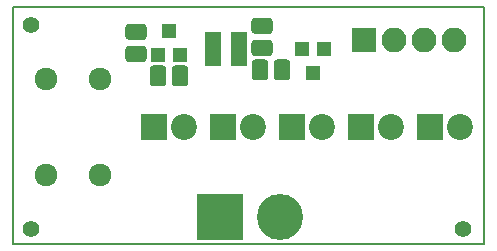
<source format=gbr>
%TF.GenerationSoftware,KiCad,Pcbnew,(5.0.0)*%
%TF.CreationDate,2019-11-18T15:30:06-06:00*%
%TF.ProjectId,Light-Up Hat,4C696768742D5570204861742E6B6963,rev?*%
%TF.SameCoordinates,Original*%
%TF.FileFunction,Soldermask,Top*%
%TF.FilePolarity,Negative*%
%FSLAX46Y46*%
G04 Gerber Fmt 4.6, Leading zero omitted, Abs format (unit mm)*
G04 Created by KiCad (PCBNEW (5.0.0)) date 11/18/19 15:30:06*
%MOMM*%
%LPD*%
G01*
G04 APERTURE LIST*
%ADD10C,0.200000*%
%ADD11C,1.400000*%
%ADD12R,3.900120X3.900120*%
%ADD13C,3.900120*%
%ADD14C,0.150000*%
%ADD15C,1.375000*%
%ADD16R,2.200000X2.200000*%
%ADD17C,2.200000*%
%ADD18R,2.100000X2.100000*%
%ADD19O,2.100000X2.100000*%
%ADD20C,1.924000*%
%ADD21R,1.460000X1.050000*%
%ADD22R,1.200000X1.300000*%
G04 APERTURE END LIST*
D10*
X124460000Y-111506000D02*
X124460000Y-91440000D01*
X164338000Y-111506000D02*
X124460000Y-111506000D01*
X164338000Y-91440000D02*
X164338000Y-111506000D01*
X124460000Y-91440000D02*
X164338000Y-91440000D01*
D11*
X162560000Y-110236000D03*
X125984000Y-110236000D03*
D12*
X141986000Y-109220000D03*
D13*
X147066000Y-109220000D03*
D14*
G36*
X135463943Y-92864655D02*
X135497312Y-92869605D01*
X135530035Y-92877802D01*
X135561797Y-92889166D01*
X135592293Y-92903590D01*
X135621227Y-92920932D01*
X135648323Y-92941028D01*
X135673318Y-92963682D01*
X135695972Y-92988677D01*
X135716068Y-93015773D01*
X135733410Y-93044707D01*
X135747834Y-93075203D01*
X135759198Y-93106965D01*
X135767395Y-93139688D01*
X135772345Y-93173057D01*
X135774000Y-93206750D01*
X135774000Y-93894250D01*
X135772345Y-93927943D01*
X135767395Y-93961312D01*
X135759198Y-93994035D01*
X135747834Y-94025797D01*
X135733410Y-94056293D01*
X135716068Y-94085227D01*
X135695972Y-94112323D01*
X135673318Y-94137318D01*
X135648323Y-94159972D01*
X135621227Y-94180068D01*
X135592293Y-94197410D01*
X135561797Y-94211834D01*
X135530035Y-94223198D01*
X135497312Y-94231395D01*
X135463943Y-94236345D01*
X135430250Y-94238000D01*
X134317750Y-94238000D01*
X134284057Y-94236345D01*
X134250688Y-94231395D01*
X134217965Y-94223198D01*
X134186203Y-94211834D01*
X134155707Y-94197410D01*
X134126773Y-94180068D01*
X134099677Y-94159972D01*
X134074682Y-94137318D01*
X134052028Y-94112323D01*
X134031932Y-94085227D01*
X134014590Y-94056293D01*
X134000166Y-94025797D01*
X133988802Y-93994035D01*
X133980605Y-93961312D01*
X133975655Y-93927943D01*
X133974000Y-93894250D01*
X133974000Y-93206750D01*
X133975655Y-93173057D01*
X133980605Y-93139688D01*
X133988802Y-93106965D01*
X134000166Y-93075203D01*
X134014590Y-93044707D01*
X134031932Y-93015773D01*
X134052028Y-92988677D01*
X134074682Y-92963682D01*
X134099677Y-92941028D01*
X134126773Y-92920932D01*
X134155707Y-92903590D01*
X134186203Y-92889166D01*
X134217965Y-92877802D01*
X134250688Y-92869605D01*
X134284057Y-92864655D01*
X134317750Y-92863000D01*
X135430250Y-92863000D01*
X135463943Y-92864655D01*
X135463943Y-92864655D01*
G37*
D15*
X134874000Y-93550500D03*
D14*
G36*
X135463943Y-94739655D02*
X135497312Y-94744605D01*
X135530035Y-94752802D01*
X135561797Y-94764166D01*
X135592293Y-94778590D01*
X135621227Y-94795932D01*
X135648323Y-94816028D01*
X135673318Y-94838682D01*
X135695972Y-94863677D01*
X135716068Y-94890773D01*
X135733410Y-94919707D01*
X135747834Y-94950203D01*
X135759198Y-94981965D01*
X135767395Y-95014688D01*
X135772345Y-95048057D01*
X135774000Y-95081750D01*
X135774000Y-95769250D01*
X135772345Y-95802943D01*
X135767395Y-95836312D01*
X135759198Y-95869035D01*
X135747834Y-95900797D01*
X135733410Y-95931293D01*
X135716068Y-95960227D01*
X135695972Y-95987323D01*
X135673318Y-96012318D01*
X135648323Y-96034972D01*
X135621227Y-96055068D01*
X135592293Y-96072410D01*
X135561797Y-96086834D01*
X135530035Y-96098198D01*
X135497312Y-96106395D01*
X135463943Y-96111345D01*
X135430250Y-96113000D01*
X134317750Y-96113000D01*
X134284057Y-96111345D01*
X134250688Y-96106395D01*
X134217965Y-96098198D01*
X134186203Y-96086834D01*
X134155707Y-96072410D01*
X134126773Y-96055068D01*
X134099677Y-96034972D01*
X134074682Y-96012318D01*
X134052028Y-95987323D01*
X134031932Y-95960227D01*
X134014590Y-95931293D01*
X134000166Y-95900797D01*
X133988802Y-95869035D01*
X133980605Y-95836312D01*
X133975655Y-95802943D01*
X133974000Y-95769250D01*
X133974000Y-95081750D01*
X133975655Y-95048057D01*
X133980605Y-95014688D01*
X133988802Y-94981965D01*
X134000166Y-94950203D01*
X134014590Y-94919707D01*
X134031932Y-94890773D01*
X134052028Y-94863677D01*
X134074682Y-94838682D01*
X134099677Y-94816028D01*
X134126773Y-94795932D01*
X134155707Y-94778590D01*
X134186203Y-94764166D01*
X134217965Y-94752802D01*
X134250688Y-94744605D01*
X134284057Y-94739655D01*
X134317750Y-94738000D01*
X135430250Y-94738000D01*
X135463943Y-94739655D01*
X135463943Y-94739655D01*
G37*
D15*
X134874000Y-95425500D03*
D14*
G36*
X137107943Y-96383655D02*
X137141312Y-96388605D01*
X137174035Y-96396802D01*
X137205797Y-96408166D01*
X137236293Y-96422590D01*
X137265227Y-96439932D01*
X137292323Y-96460028D01*
X137317318Y-96482682D01*
X137339972Y-96507677D01*
X137360068Y-96534773D01*
X137377410Y-96563707D01*
X137391834Y-96594203D01*
X137403198Y-96625965D01*
X137411395Y-96658688D01*
X137416345Y-96692057D01*
X137418000Y-96725750D01*
X137418000Y-97838250D01*
X137416345Y-97871943D01*
X137411395Y-97905312D01*
X137403198Y-97938035D01*
X137391834Y-97969797D01*
X137377410Y-98000293D01*
X137360068Y-98029227D01*
X137339972Y-98056323D01*
X137317318Y-98081318D01*
X137292323Y-98103972D01*
X137265227Y-98124068D01*
X137236293Y-98141410D01*
X137205797Y-98155834D01*
X137174035Y-98167198D01*
X137141312Y-98175395D01*
X137107943Y-98180345D01*
X137074250Y-98182000D01*
X136386750Y-98182000D01*
X136353057Y-98180345D01*
X136319688Y-98175395D01*
X136286965Y-98167198D01*
X136255203Y-98155834D01*
X136224707Y-98141410D01*
X136195773Y-98124068D01*
X136168677Y-98103972D01*
X136143682Y-98081318D01*
X136121028Y-98056323D01*
X136100932Y-98029227D01*
X136083590Y-98000293D01*
X136069166Y-97969797D01*
X136057802Y-97938035D01*
X136049605Y-97905312D01*
X136044655Y-97871943D01*
X136043000Y-97838250D01*
X136043000Y-96725750D01*
X136044655Y-96692057D01*
X136049605Y-96658688D01*
X136057802Y-96625965D01*
X136069166Y-96594203D01*
X136083590Y-96563707D01*
X136100932Y-96534773D01*
X136121028Y-96507677D01*
X136143682Y-96482682D01*
X136168677Y-96460028D01*
X136195773Y-96439932D01*
X136224707Y-96422590D01*
X136255203Y-96408166D01*
X136286965Y-96396802D01*
X136319688Y-96388605D01*
X136353057Y-96383655D01*
X136386750Y-96382000D01*
X137074250Y-96382000D01*
X137107943Y-96383655D01*
X137107943Y-96383655D01*
G37*
D15*
X136730500Y-97282000D03*
D14*
G36*
X138982943Y-96383655D02*
X139016312Y-96388605D01*
X139049035Y-96396802D01*
X139080797Y-96408166D01*
X139111293Y-96422590D01*
X139140227Y-96439932D01*
X139167323Y-96460028D01*
X139192318Y-96482682D01*
X139214972Y-96507677D01*
X139235068Y-96534773D01*
X139252410Y-96563707D01*
X139266834Y-96594203D01*
X139278198Y-96625965D01*
X139286395Y-96658688D01*
X139291345Y-96692057D01*
X139293000Y-96725750D01*
X139293000Y-97838250D01*
X139291345Y-97871943D01*
X139286395Y-97905312D01*
X139278198Y-97938035D01*
X139266834Y-97969797D01*
X139252410Y-98000293D01*
X139235068Y-98029227D01*
X139214972Y-98056323D01*
X139192318Y-98081318D01*
X139167323Y-98103972D01*
X139140227Y-98124068D01*
X139111293Y-98141410D01*
X139080797Y-98155834D01*
X139049035Y-98167198D01*
X139016312Y-98175395D01*
X138982943Y-98180345D01*
X138949250Y-98182000D01*
X138261750Y-98182000D01*
X138228057Y-98180345D01*
X138194688Y-98175395D01*
X138161965Y-98167198D01*
X138130203Y-98155834D01*
X138099707Y-98141410D01*
X138070773Y-98124068D01*
X138043677Y-98103972D01*
X138018682Y-98081318D01*
X137996028Y-98056323D01*
X137975932Y-98029227D01*
X137958590Y-98000293D01*
X137944166Y-97969797D01*
X137932802Y-97938035D01*
X137924605Y-97905312D01*
X137919655Y-97871943D01*
X137918000Y-97838250D01*
X137918000Y-96725750D01*
X137919655Y-96692057D01*
X137924605Y-96658688D01*
X137932802Y-96625965D01*
X137944166Y-96594203D01*
X137958590Y-96563707D01*
X137975932Y-96534773D01*
X137996028Y-96507677D01*
X138018682Y-96482682D01*
X138043677Y-96460028D01*
X138070773Y-96439932D01*
X138099707Y-96422590D01*
X138130203Y-96408166D01*
X138161965Y-96396802D01*
X138194688Y-96388605D01*
X138228057Y-96383655D01*
X138261750Y-96382000D01*
X138949250Y-96382000D01*
X138982943Y-96383655D01*
X138982943Y-96383655D01*
G37*
D15*
X138605500Y-97282000D03*
D14*
G36*
X146131943Y-94231655D02*
X146165312Y-94236605D01*
X146198035Y-94244802D01*
X146229797Y-94256166D01*
X146260293Y-94270590D01*
X146289227Y-94287932D01*
X146316323Y-94308028D01*
X146341318Y-94330682D01*
X146363972Y-94355677D01*
X146384068Y-94382773D01*
X146401410Y-94411707D01*
X146415834Y-94442203D01*
X146427198Y-94473965D01*
X146435395Y-94506688D01*
X146440345Y-94540057D01*
X146442000Y-94573750D01*
X146442000Y-95261250D01*
X146440345Y-95294943D01*
X146435395Y-95328312D01*
X146427198Y-95361035D01*
X146415834Y-95392797D01*
X146401410Y-95423293D01*
X146384068Y-95452227D01*
X146363972Y-95479323D01*
X146341318Y-95504318D01*
X146316323Y-95526972D01*
X146289227Y-95547068D01*
X146260293Y-95564410D01*
X146229797Y-95578834D01*
X146198035Y-95590198D01*
X146165312Y-95598395D01*
X146131943Y-95603345D01*
X146098250Y-95605000D01*
X144985750Y-95605000D01*
X144952057Y-95603345D01*
X144918688Y-95598395D01*
X144885965Y-95590198D01*
X144854203Y-95578834D01*
X144823707Y-95564410D01*
X144794773Y-95547068D01*
X144767677Y-95526972D01*
X144742682Y-95504318D01*
X144720028Y-95479323D01*
X144699932Y-95452227D01*
X144682590Y-95423293D01*
X144668166Y-95392797D01*
X144656802Y-95361035D01*
X144648605Y-95328312D01*
X144643655Y-95294943D01*
X144642000Y-95261250D01*
X144642000Y-94573750D01*
X144643655Y-94540057D01*
X144648605Y-94506688D01*
X144656802Y-94473965D01*
X144668166Y-94442203D01*
X144682590Y-94411707D01*
X144699932Y-94382773D01*
X144720028Y-94355677D01*
X144742682Y-94330682D01*
X144767677Y-94308028D01*
X144794773Y-94287932D01*
X144823707Y-94270590D01*
X144854203Y-94256166D01*
X144885965Y-94244802D01*
X144918688Y-94236605D01*
X144952057Y-94231655D01*
X144985750Y-94230000D01*
X146098250Y-94230000D01*
X146131943Y-94231655D01*
X146131943Y-94231655D01*
G37*
D15*
X145542000Y-94917500D03*
D14*
G36*
X146131943Y-92356655D02*
X146165312Y-92361605D01*
X146198035Y-92369802D01*
X146229797Y-92381166D01*
X146260293Y-92395590D01*
X146289227Y-92412932D01*
X146316323Y-92433028D01*
X146341318Y-92455682D01*
X146363972Y-92480677D01*
X146384068Y-92507773D01*
X146401410Y-92536707D01*
X146415834Y-92567203D01*
X146427198Y-92598965D01*
X146435395Y-92631688D01*
X146440345Y-92665057D01*
X146442000Y-92698750D01*
X146442000Y-93386250D01*
X146440345Y-93419943D01*
X146435395Y-93453312D01*
X146427198Y-93486035D01*
X146415834Y-93517797D01*
X146401410Y-93548293D01*
X146384068Y-93577227D01*
X146363972Y-93604323D01*
X146341318Y-93629318D01*
X146316323Y-93651972D01*
X146289227Y-93672068D01*
X146260293Y-93689410D01*
X146229797Y-93703834D01*
X146198035Y-93715198D01*
X146165312Y-93723395D01*
X146131943Y-93728345D01*
X146098250Y-93730000D01*
X144985750Y-93730000D01*
X144952057Y-93728345D01*
X144918688Y-93723395D01*
X144885965Y-93715198D01*
X144854203Y-93703834D01*
X144823707Y-93689410D01*
X144794773Y-93672068D01*
X144767677Y-93651972D01*
X144742682Y-93629318D01*
X144720028Y-93604323D01*
X144699932Y-93577227D01*
X144682590Y-93548293D01*
X144668166Y-93517797D01*
X144656802Y-93486035D01*
X144648605Y-93453312D01*
X144643655Y-93419943D01*
X144642000Y-93386250D01*
X144642000Y-92698750D01*
X144643655Y-92665057D01*
X144648605Y-92631688D01*
X144656802Y-92598965D01*
X144668166Y-92567203D01*
X144682590Y-92536707D01*
X144699932Y-92507773D01*
X144720028Y-92480677D01*
X144742682Y-92455682D01*
X144767677Y-92433028D01*
X144794773Y-92412932D01*
X144823707Y-92395590D01*
X144854203Y-92381166D01*
X144885965Y-92369802D01*
X144918688Y-92361605D01*
X144952057Y-92356655D01*
X144985750Y-92355000D01*
X146098250Y-92355000D01*
X146131943Y-92356655D01*
X146131943Y-92356655D01*
G37*
D15*
X145542000Y-93042500D03*
D16*
X136398000Y-101600000D03*
D17*
X138938000Y-101600000D03*
X144780000Y-101600000D03*
D16*
X142240000Y-101600000D03*
X148082000Y-101600000D03*
D17*
X150622000Y-101600000D03*
X156464000Y-101600000D03*
D16*
X153924000Y-101600000D03*
X159766000Y-101600000D03*
D17*
X162306000Y-101600000D03*
D18*
X154178000Y-94234000D03*
D19*
X156718000Y-94234000D03*
X159258000Y-94234000D03*
X161798000Y-94234000D03*
D14*
G36*
X145743943Y-95875655D02*
X145777312Y-95880605D01*
X145810035Y-95888802D01*
X145841797Y-95900166D01*
X145872293Y-95914590D01*
X145901227Y-95931932D01*
X145928323Y-95952028D01*
X145953318Y-95974682D01*
X145975972Y-95999677D01*
X145996068Y-96026773D01*
X146013410Y-96055707D01*
X146027834Y-96086203D01*
X146039198Y-96117965D01*
X146047395Y-96150688D01*
X146052345Y-96184057D01*
X146054000Y-96217750D01*
X146054000Y-97330250D01*
X146052345Y-97363943D01*
X146047395Y-97397312D01*
X146039198Y-97430035D01*
X146027834Y-97461797D01*
X146013410Y-97492293D01*
X145996068Y-97521227D01*
X145975972Y-97548323D01*
X145953318Y-97573318D01*
X145928323Y-97595972D01*
X145901227Y-97616068D01*
X145872293Y-97633410D01*
X145841797Y-97647834D01*
X145810035Y-97659198D01*
X145777312Y-97667395D01*
X145743943Y-97672345D01*
X145710250Y-97674000D01*
X145022750Y-97674000D01*
X144989057Y-97672345D01*
X144955688Y-97667395D01*
X144922965Y-97659198D01*
X144891203Y-97647834D01*
X144860707Y-97633410D01*
X144831773Y-97616068D01*
X144804677Y-97595972D01*
X144779682Y-97573318D01*
X144757028Y-97548323D01*
X144736932Y-97521227D01*
X144719590Y-97492293D01*
X144705166Y-97461797D01*
X144693802Y-97430035D01*
X144685605Y-97397312D01*
X144680655Y-97363943D01*
X144679000Y-97330250D01*
X144679000Y-96217750D01*
X144680655Y-96184057D01*
X144685605Y-96150688D01*
X144693802Y-96117965D01*
X144705166Y-96086203D01*
X144719590Y-96055707D01*
X144736932Y-96026773D01*
X144757028Y-95999677D01*
X144779682Y-95974682D01*
X144804677Y-95952028D01*
X144831773Y-95931932D01*
X144860707Y-95914590D01*
X144891203Y-95900166D01*
X144922965Y-95888802D01*
X144955688Y-95880605D01*
X144989057Y-95875655D01*
X145022750Y-95874000D01*
X145710250Y-95874000D01*
X145743943Y-95875655D01*
X145743943Y-95875655D01*
G37*
D15*
X145366500Y-96774000D03*
D14*
G36*
X147618943Y-95875655D02*
X147652312Y-95880605D01*
X147685035Y-95888802D01*
X147716797Y-95900166D01*
X147747293Y-95914590D01*
X147776227Y-95931932D01*
X147803323Y-95952028D01*
X147828318Y-95974682D01*
X147850972Y-95999677D01*
X147871068Y-96026773D01*
X147888410Y-96055707D01*
X147902834Y-96086203D01*
X147914198Y-96117965D01*
X147922395Y-96150688D01*
X147927345Y-96184057D01*
X147929000Y-96217750D01*
X147929000Y-97330250D01*
X147927345Y-97363943D01*
X147922395Y-97397312D01*
X147914198Y-97430035D01*
X147902834Y-97461797D01*
X147888410Y-97492293D01*
X147871068Y-97521227D01*
X147850972Y-97548323D01*
X147828318Y-97573318D01*
X147803323Y-97595972D01*
X147776227Y-97616068D01*
X147747293Y-97633410D01*
X147716797Y-97647834D01*
X147685035Y-97659198D01*
X147652312Y-97667395D01*
X147618943Y-97672345D01*
X147585250Y-97674000D01*
X146897750Y-97674000D01*
X146864057Y-97672345D01*
X146830688Y-97667395D01*
X146797965Y-97659198D01*
X146766203Y-97647834D01*
X146735707Y-97633410D01*
X146706773Y-97616068D01*
X146679677Y-97595972D01*
X146654682Y-97573318D01*
X146632028Y-97548323D01*
X146611932Y-97521227D01*
X146594590Y-97492293D01*
X146580166Y-97461797D01*
X146568802Y-97430035D01*
X146560605Y-97397312D01*
X146555655Y-97363943D01*
X146554000Y-97330250D01*
X146554000Y-96217750D01*
X146555655Y-96184057D01*
X146560605Y-96150688D01*
X146568802Y-96117965D01*
X146580166Y-96086203D01*
X146594590Y-96055707D01*
X146611932Y-96026773D01*
X146632028Y-95999677D01*
X146654682Y-95974682D01*
X146679677Y-95952028D01*
X146706773Y-95931932D01*
X146735707Y-95914590D01*
X146766203Y-95900166D01*
X146797965Y-95888802D01*
X146830688Y-95880605D01*
X146864057Y-95875655D01*
X146897750Y-95874000D01*
X147585250Y-95874000D01*
X147618943Y-95875655D01*
X147618943Y-95875655D01*
G37*
D15*
X147241500Y-96774000D03*
D20*
X127254000Y-105664000D03*
X127254000Y-97536000D03*
X131826000Y-105664000D03*
X131826000Y-97536000D03*
D21*
X141394000Y-94046000D03*
X141394000Y-94996000D03*
X141394000Y-95946000D03*
X143594000Y-95946000D03*
X143594000Y-94046000D03*
X143594000Y-94996000D03*
D22*
X150810000Y-95012000D03*
X148910000Y-95012000D03*
X149860000Y-97012000D03*
X137668000Y-93488000D03*
X138618000Y-95488000D03*
X136718000Y-95488000D03*
D11*
X125984000Y-92964000D03*
M02*

</source>
